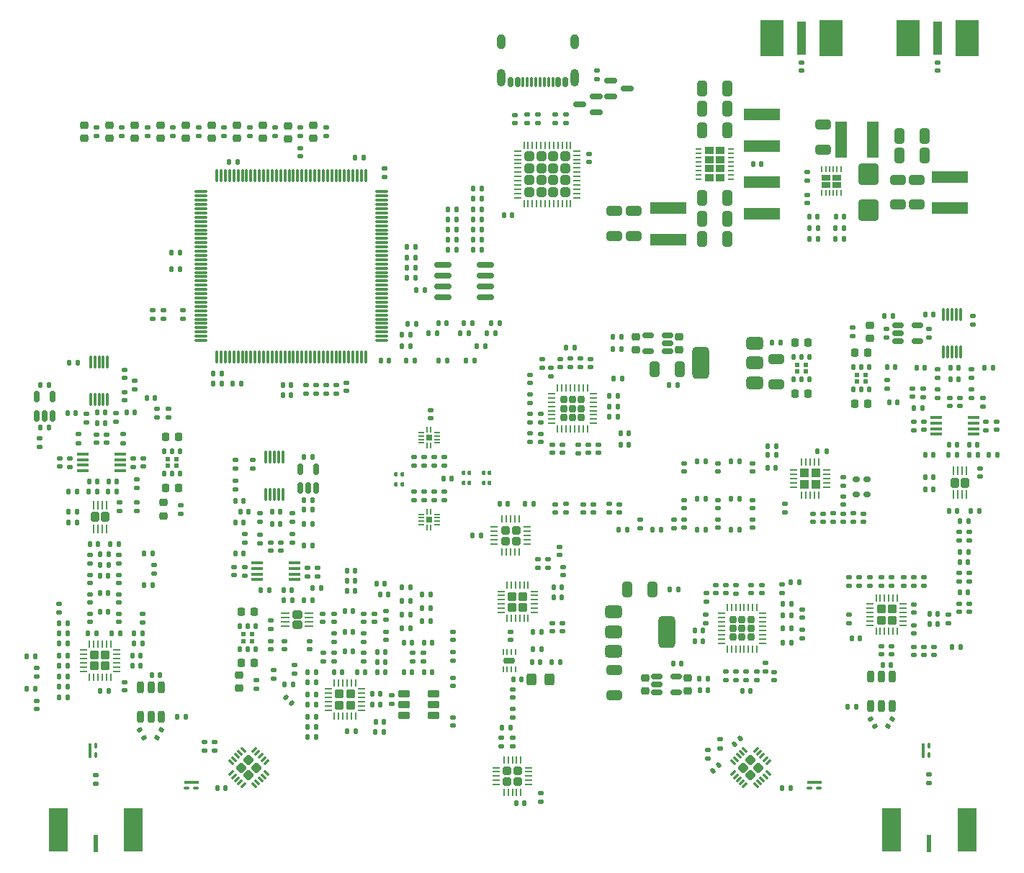
<source format=gbr>
%TF.GenerationSoftware,KiCad,Pcbnew,8.0.1*%
%TF.CreationDate,2024-03-24T21:42:04-04:00*%
%TF.ProjectId,VNA,564e412e-6b69-4636-9164-5f7063625858,rev?*%
%TF.SameCoordinates,PX535a28cPY8422900*%
%TF.FileFunction,Paste,Top*%
%TF.FilePolarity,Positive*%
%FSLAX46Y46*%
G04 Gerber Fmt 4.6, Leading zero omitted, Abs format (unit mm)*
G04 Created by KiCad (PCBNEW 8.0.1) date 2024-03-24 21:42:04*
%MOMM*%
%LPD*%
G01*
G04 APERTURE LIST*
G04 Aperture macros list*
%AMRoundRect*
0 Rectangle with rounded corners*
0 $1 Rounding radius*
0 $2 $3 $4 $5 $6 $7 $8 $9 X,Y pos of 4 corners*
0 Add a 4 corners polygon primitive as box body*
4,1,4,$2,$3,$4,$5,$6,$7,$8,$9,$2,$3,0*
0 Add four circle primitives for the rounded corners*
1,1,$1+$1,$2,$3*
1,1,$1+$1,$4,$5*
1,1,$1+$1,$6,$7*
1,1,$1+$1,$8,$9*
0 Add four rect primitives between the rounded corners*
20,1,$1+$1,$2,$3,$4,$5,0*
20,1,$1+$1,$4,$5,$6,$7,0*
20,1,$1+$1,$6,$7,$8,$9,0*
20,1,$1+$1,$8,$9,$2,$3,0*%
G04 Aperture macros list end*
%ADD10RoundRect,0.140000X-0.140000X-0.170000X0.140000X-0.170000X0.140000X0.170000X-0.140000X0.170000X0*%
%ADD11RoundRect,0.140000X0.170000X-0.140000X0.170000X0.140000X-0.170000X0.140000X-0.170000X-0.140000X0*%
%ADD12RoundRect,0.140000X-0.170000X0.140000X-0.170000X-0.140000X0.170000X-0.140000X0.170000X0.140000X0*%
%ADD13RoundRect,0.112500X-0.112500X0.202500X-0.112500X-0.202500X0.112500X-0.202500X0.112500X0.202500X0*%
%ADD14R,0.630000X0.480000*%
%ADD15RoundRect,0.135000X0.135000X0.185000X-0.135000X0.185000X-0.135000X-0.185000X0.135000X-0.185000X0*%
%ADD16RoundRect,0.135000X-0.135000X-0.185000X0.135000X-0.185000X0.135000X0.185000X-0.135000X0.185000X0*%
%ADD17RoundRect,0.135000X0.185000X-0.135000X0.185000X0.135000X-0.185000X0.135000X-0.185000X-0.135000X0*%
%ADD18RoundRect,0.147500X-0.172500X0.147500X-0.172500X-0.147500X0.172500X-0.147500X0.172500X0.147500X0*%
%ADD19RoundRect,0.140000X0.140000X0.170000X-0.140000X0.170000X-0.140000X-0.170000X0.140000X-0.170000X0*%
%ADD20RoundRect,0.150000X-0.512500X-0.150000X0.512500X-0.150000X0.512500X0.150000X-0.512500X0.150000X0*%
%ADD21RoundRect,0.250000X0.325000X0.650000X-0.325000X0.650000X-0.325000X-0.650000X0.325000X-0.650000X0*%
%ADD22RoundRect,0.135000X-0.185000X0.135000X-0.185000X-0.135000X0.185000X-0.135000X0.185000X0.135000X0*%
%ADD23RoundRect,0.225000X-0.225000X-0.250000X0.225000X-0.250000X0.225000X0.250000X-0.225000X0.250000X0*%
%ADD24R,1.400000X4.200000*%
%ADD25RoundRect,0.250000X0.255000X0.255000X-0.255000X0.255000X-0.255000X-0.255000X0.255000X-0.255000X0*%
%ADD26RoundRect,0.062500X0.350000X0.062500X-0.350000X0.062500X-0.350000X-0.062500X0.350000X-0.062500X0*%
%ADD27RoundRect,0.062500X0.062500X0.350000X-0.062500X0.350000X-0.062500X-0.350000X0.062500X-0.350000X0*%
%ADD28RoundRect,0.225000X0.225000X0.250000X-0.225000X0.250000X-0.225000X-0.250000X0.225000X-0.250000X0*%
%ADD29RoundRect,0.147500X0.172500X-0.147500X0.172500X0.147500X-0.172500X0.147500X-0.172500X-0.147500X0*%
%ADD30RoundRect,0.250000X0.325000X0.450000X-0.325000X0.450000X-0.325000X-0.450000X0.325000X-0.450000X0*%
%ADD31RoundRect,0.200000X-0.500000X-0.200000X0.500000X-0.200000X0.500000X0.200000X-0.500000X0.200000X0*%
%ADD32RoundRect,0.105975X0.105975X-0.179475X0.105975X0.179475X-0.105975X0.179475X-0.105975X-0.179475X0*%
%ADD33RoundRect,0.218750X0.256250X-0.218750X0.256250X0.218750X-0.256250X0.218750X-0.256250X-0.218750X0*%
%ADD34RoundRect,0.150000X0.150000X0.425000X-0.150000X0.425000X-0.150000X-0.425000X0.150000X-0.425000X0*%
%ADD35RoundRect,0.075000X0.075000X0.500000X-0.075000X0.500000X-0.075000X-0.500000X0.075000X-0.500000X0*%
%ADD36O,1.000000X2.100000*%
%ADD37O,1.000000X1.800000*%
%ADD38RoundRect,0.075000X0.075000X-0.662500X0.075000X0.662500X-0.075000X0.662500X-0.075000X-0.662500X0*%
%ADD39RoundRect,0.075000X0.662500X-0.075000X0.662500X0.075000X-0.662500X0.075000X-0.662500X-0.075000X0*%
%ADD40RoundRect,0.225000X-0.250000X0.225000X-0.250000X-0.225000X0.250000X-0.225000X0.250000X0.225000X0*%
%ADD41RoundRect,0.250000X0.650000X-0.325000X0.650000X0.325000X-0.650000X0.325000X-0.650000X-0.325000X0*%
%ADD42RoundRect,0.242500X0.342500X0.242500X-0.342500X0.242500X-0.342500X-0.242500X0.342500X-0.242500X0*%
%ADD43RoundRect,0.062500X0.412500X0.062500X-0.412500X0.062500X-0.412500X-0.062500X0.412500X-0.062500X0*%
%ADD44R,1.450000X0.450000*%
%ADD45RoundRect,0.147500X0.147500X0.172500X-0.147500X0.172500X-0.147500X-0.172500X0.147500X-0.172500X0*%
%ADD46R,4.200000X1.400000*%
%ADD47RoundRect,0.147500X-0.147500X-0.172500X0.147500X-0.172500X0.147500X0.172500X-0.147500X0.172500X0*%
%ADD48R,1.000000X0.640000*%
%ADD49R,0.250000X0.700000*%
%ADD50RoundRect,0.140000X0.219203X0.021213X0.021213X0.219203X-0.219203X-0.021213X-0.021213X-0.219203X0*%
%ADD51RoundRect,0.207500X0.207500X-0.207500X0.207500X0.207500X-0.207500X0.207500X-0.207500X-0.207500X0*%
%ADD52RoundRect,0.062500X0.062500X-0.375000X0.062500X0.375000X-0.062500X0.375000X-0.062500X-0.375000X0*%
%ADD53RoundRect,0.062500X0.375000X-0.062500X0.375000X0.062500X-0.375000X0.062500X-0.375000X-0.062500X0*%
%ADD54RoundRect,0.150000X0.587500X0.150000X-0.587500X0.150000X-0.587500X-0.150000X0.587500X-0.150000X0*%
%ADD55RoundRect,0.225000X0.250000X-0.225000X0.250000X0.225000X-0.250000X0.225000X-0.250000X-0.225000X0*%
%ADD56RoundRect,0.250000X-0.275000X0.275000X-0.275000X-0.275000X0.275000X-0.275000X0.275000X0.275000X0*%
%ADD57RoundRect,0.062500X-0.062500X0.350000X-0.062500X-0.350000X0.062500X-0.350000X0.062500X0.350000X0*%
%ADD58RoundRect,0.062500X-0.350000X0.062500X-0.350000X-0.062500X0.350000X-0.062500X0.350000X0.062500X0*%
%ADD59RoundRect,0.242500X0.242500X-0.342500X0.242500X0.342500X-0.242500X0.342500X-0.242500X-0.342500X0*%
%ADD60RoundRect,0.062500X0.062500X-0.412500X0.062500X0.412500X-0.062500X0.412500X-0.062500X-0.412500X0*%
%ADD61RoundRect,0.135000X-0.092715X0.209413X-0.227715X-0.024413X0.092715X-0.209413X0.227715X0.024413X0*%
%ADD62RoundRect,0.250000X0.315000X-0.315000X0.315000X0.315000X-0.315000X0.315000X-0.315000X-0.315000X0*%
%ADD63R,0.600000X2.100000*%
%ADD64R,2.286000X5.080000*%
%ADD65RoundRect,0.207500X-0.207500X0.207500X-0.207500X-0.207500X0.207500X-0.207500X0.207500X0.207500X0*%
%ADD66RoundRect,0.062500X-0.062500X0.375000X-0.062500X-0.375000X0.062500X-0.375000X0.062500X0.375000X0*%
%ADD67RoundRect,0.062500X-0.375000X0.062500X-0.375000X-0.062500X0.375000X-0.062500X0.375000X0.062500X0*%
%ADD68RoundRect,0.075000X0.075000X-0.650000X0.075000X0.650000X-0.075000X0.650000X-0.075000X-0.650000X0*%
%ADD69RoundRect,0.140000X-0.021213X0.219203X-0.219203X0.021213X0.021213X-0.219203X0.219203X-0.021213X0*%
%ADD70RoundRect,0.157500X0.255000X0.157500X-0.255000X0.157500X-0.255000X-0.157500X0.255000X-0.157500X0*%
%ADD71RoundRect,0.250000X-0.255000X-0.255000X0.255000X-0.255000X0.255000X0.255000X-0.255000X0.255000X0*%
%ADD72RoundRect,0.062500X-0.350000X-0.062500X0.350000X-0.062500X0.350000X0.062500X-0.350000X0.062500X0*%
%ADD73RoundRect,0.062500X-0.062500X-0.350000X0.062500X-0.350000X0.062500X0.350000X-0.062500X0.350000X0*%
%ADD74RoundRect,0.150000X0.150000X-0.512500X0.150000X0.512500X-0.150000X0.512500X-0.150000X-0.512500X0*%
%ADD75RoundRect,0.250000X-0.275000X-0.275000X0.275000X-0.275000X0.275000X0.275000X-0.275000X0.275000X0*%
%ADD76RoundRect,0.075000X0.225000X0.075000X-0.225000X0.075000X-0.225000X-0.075000X0.225000X-0.075000X0*%
%ADD77RoundRect,0.087500X0.762500X0.087500X-0.762500X0.087500X-0.762500X-0.087500X0.762500X-0.087500X0*%
%ADD78RoundRect,0.250000X-0.650000X0.325000X-0.650000X-0.325000X0.650000X-0.325000X0.650000X0.325000X0*%
%ADD79RoundRect,0.150000X0.512500X0.150000X-0.512500X0.150000X-0.512500X-0.150000X0.512500X-0.150000X0*%
%ADD80RoundRect,0.112500X0.112500X-0.202500X0.112500X0.202500X-0.112500X0.202500X-0.112500X-0.202500X0*%
%ADD81RoundRect,0.075000X-0.075000X0.225000X-0.075000X-0.225000X0.075000X-0.225000X0.075000X0.225000X0*%
%ADD82RoundRect,0.087500X-0.087500X0.762500X-0.087500X-0.762500X0.087500X-0.762500X0.087500X0.762500X0*%
%ADD83RoundRect,0.135000X-0.227715X0.024413X-0.092715X-0.209413X0.227715X-0.024413X0.092715X0.209413X0*%
%ADD84R,1.000000X4.000000*%
%ADD85R,2.667000X4.191000*%
%ADD86RoundRect,0.250000X0.900000X-1.000000X0.900000X1.000000X-0.900000X1.000000X-0.900000X-1.000000X0*%
%ADD87RoundRect,0.100000X0.000010X-0.244000X0.000010X0.244000X-0.000010X0.244000X-0.000010X-0.244000X0*%
%ADD88RoundRect,0.100000X0.244000X0.000010X-0.244000X0.000010X-0.244000X-0.000010X0.244000X-0.000010X0*%
%ADD89R,0.760000X0.760000*%
%ADD90RoundRect,0.375000X0.625000X0.375000X-0.625000X0.375000X-0.625000X-0.375000X0.625000X-0.375000X0*%
%ADD91RoundRect,0.500000X0.500000X1.400000X-0.500000X1.400000X-0.500000X-1.400000X0.500000X-1.400000X0*%
%ADD92RoundRect,0.150000X0.825000X0.150000X-0.825000X0.150000X-0.825000X-0.150000X0.825000X-0.150000X0*%
%ADD93RoundRect,0.182500X-0.462500X0.182500X-0.462500X-0.182500X0.462500X-0.182500X0.462500X0.182500X0*%
%ADD94RoundRect,0.062500X-0.062500X0.300000X-0.062500X-0.300000X0.062500X-0.300000X0.062500X0.300000X0*%
%ADD95RoundRect,0.100000X-0.000010X0.244000X-0.000010X-0.244000X0.000010X-0.244000X0.000010X0.244000X0*%
%ADD96RoundRect,0.100000X-0.244000X-0.000010X0.244000X-0.000010X0.244000X0.000010X-0.244000X0.000010X0*%
%ADD97RoundRect,0.200000X-0.200000X0.500000X-0.200000X-0.500000X0.200000X-0.500000X0.200000X0.500000X0*%
%ADD98RoundRect,0.150000X-0.587500X-0.150000X0.587500X-0.150000X0.587500X0.150000X-0.587500X0.150000X0*%
%ADD99RoundRect,0.250000X0.000000X-0.360624X0.360624X0.000000X0.000000X0.360624X-0.360624X0.000000X0*%
%ADD100RoundRect,0.062500X-0.203293X-0.291682X0.291682X0.203293X0.203293X0.291682X-0.291682X-0.203293X0*%
%ADD101RoundRect,0.062500X0.203293X-0.291682X0.291682X-0.203293X-0.203293X0.291682X-0.291682X0.203293X0*%
%ADD102R,1.000000X0.860000*%
%ADD103R,0.700000X0.250000*%
%ADD104RoundRect,0.250000X0.295000X0.295000X-0.295000X0.295000X-0.295000X-0.295000X0.295000X-0.295000X0*%
%ADD105RoundRect,0.062500X0.337500X0.062500X-0.337500X0.062500X-0.337500X-0.062500X0.337500X-0.062500X0*%
%ADD106RoundRect,0.062500X0.062500X0.337500X-0.062500X0.337500X-0.062500X-0.337500X0.062500X-0.337500X0*%
%ADD107RoundRect,0.140000X0.021213X-0.219203X0.219203X-0.021213X-0.021213X0.219203X-0.219203X0.021213X0*%
%ADD108RoundRect,0.375000X-0.625000X-0.375000X0.625000X-0.375000X0.625000X0.375000X-0.625000X0.375000X0*%
%ADD109RoundRect,0.500000X-0.500000X-1.400000X0.500000X-1.400000X0.500000X1.400000X-0.500000X1.400000X0*%
G04 APERTURE END LIST*
D10*
X16520000Y23800000D03*
X17480000Y23800000D03*
D11*
X64000000Y31520000D03*
X64000000Y32480000D03*
D12*
X85200000Y43780000D03*
X85200000Y42820000D03*
D13*
X95950000Y56340000D03*
X95000000Y56340000D03*
X94050000Y56340000D03*
X94050000Y53660000D03*
X95000000Y53660000D03*
X95950000Y53660000D03*
D14*
X95525000Y55400000D03*
X94475000Y55400000D03*
X95525000Y54600000D03*
X94475000Y54600000D03*
D15*
X87710000Y44000000D03*
X86690000Y44000000D03*
D16*
X41590000Y12300000D03*
X42610000Y12300000D03*
D17*
X51800000Y39490000D03*
X51800000Y40510000D03*
D18*
X44790000Y26115000D03*
X44790000Y25145000D03*
D19*
X50680000Y64200000D03*
X49720000Y64200000D03*
D20*
X106362500Y60050000D03*
X106362500Y59100000D03*
X106362500Y58150000D03*
X108637500Y58150000D03*
X108637500Y60050000D03*
D11*
X95700000Y74420000D03*
X95700000Y75380000D03*
D21*
X86275000Y72600000D03*
X83325000Y72600000D03*
D19*
X42230000Y21650000D03*
X41270000Y21650000D03*
D22*
X22300000Y61810000D03*
X22300000Y60790000D03*
D19*
X8680000Y23800000D03*
X7720000Y23800000D03*
D23*
X29125000Y26300000D03*
X30675000Y26300000D03*
D10*
X63420000Y21900000D03*
X64380000Y21900000D03*
D19*
X49180000Y22700000D03*
X48220000Y22700000D03*
D10*
X109520000Y42200000D03*
X110480000Y42200000D03*
X16520000Y22600000D03*
X17480000Y22600000D03*
D12*
X40300000Y52980000D03*
X40300000Y52020000D03*
D16*
X47990000Y26000000D03*
X49010000Y26000000D03*
D24*
X99650000Y81900000D03*
X103350000Y81900000D03*
D25*
X61625000Y6375000D03*
X61625000Y7625000D03*
X60375000Y6375000D03*
X60375000Y7625000D03*
D26*
X62937500Y6000000D03*
X62937500Y6500000D03*
X62937500Y7000000D03*
X62937500Y7500000D03*
X62937500Y8000000D03*
D27*
X62000000Y8937500D03*
X61500000Y8937500D03*
X61000000Y8937500D03*
X60500000Y8937500D03*
X60000000Y8937500D03*
D26*
X59062500Y8000000D03*
X59062500Y7500000D03*
X59062500Y7000000D03*
X59062500Y6500000D03*
X59062500Y6000000D03*
D27*
X60000000Y5062500D03*
X60500000Y5062500D03*
X61000000Y5062500D03*
X61500000Y5062500D03*
X62000000Y5062500D03*
D10*
X5520000Y53000000D03*
X6480000Y53000000D03*
D17*
X54000000Y20590000D03*
X54000000Y21610000D03*
D28*
X102775000Y56800000D03*
X101225000Y56800000D03*
D10*
X48620000Y66800000D03*
X49580000Y66800000D03*
D15*
X4910000Y17300000D03*
X3890000Y17300000D03*
D19*
X83980000Y17100000D03*
X83020000Y17100000D03*
D15*
X8710000Y17500000D03*
X7690000Y17500000D03*
D11*
X66600000Y55120000D03*
X66600000Y56080000D03*
D19*
X49180000Y19200000D03*
X48220000Y19200000D03*
D21*
X109475000Y80000000D03*
X106525000Y80000000D03*
D22*
X84000000Y10110000D03*
X84000000Y9090000D03*
D15*
X35210000Y17800000D03*
X34190000Y17800000D03*
D12*
X15400000Y52180000D03*
X15400000Y51220000D03*
D11*
X5100000Y14920000D03*
X5100000Y15880000D03*
D29*
X40000000Y25115000D03*
X40000000Y26085000D03*
D22*
X64000000Y84810000D03*
X64000000Y83790000D03*
D15*
X87710000Y39600000D03*
X86690000Y39600000D03*
D11*
X46100000Y25420000D03*
X46100000Y26380000D03*
D12*
X73600000Y38980000D03*
X73600000Y38020000D03*
D11*
X61300000Y83820000D03*
X61300000Y84780000D03*
D12*
X64468900Y56023600D03*
X64468900Y55063600D03*
D22*
X22000000Y38910000D03*
X22000000Y37890000D03*
D21*
X86275000Y87900000D03*
X83325000Y87900000D03*
D15*
X101410000Y15200000D03*
X100390000Y15200000D03*
D11*
X96300000Y36920000D03*
X96300000Y37880000D03*
D10*
X105020000Y55100000D03*
X105980000Y55100000D03*
D30*
X65325000Y18400000D03*
X63275000Y18400000D03*
D22*
X15100000Y83310000D03*
X15100000Y82290000D03*
D12*
X54000000Y18580000D03*
X54000000Y17620000D03*
D11*
X104400000Y21320000D03*
X104400000Y22280000D03*
D10*
X8720000Y49700000D03*
X9680000Y49700000D03*
D16*
X92790000Y22700000D03*
X93810000Y22700000D03*
D15*
X115710000Y44800000D03*
X114690000Y44800000D03*
D19*
X64280000Y20400000D03*
X63320000Y20400000D03*
D17*
X16600000Y52490000D03*
X16600000Y53510000D03*
X72400000Y37990000D03*
X72400000Y39010000D03*
D10*
X112520000Y53700000D03*
X113480000Y53700000D03*
D16*
X44890000Y12200000D03*
X45910000Y12200000D03*
D19*
X42480000Y30000000D03*
X41520000Y30000000D03*
D12*
X65700000Y45980000D03*
X65700000Y45020000D03*
D31*
X48285000Y14150000D03*
X48285000Y15400000D03*
X48285000Y16650000D03*
X51715000Y16650000D03*
X51715000Y15400000D03*
X51715000Y14150000D03*
D11*
X11300000Y25120000D03*
X11300000Y26080000D03*
X110000000Y6220000D03*
X110000000Y7180000D03*
D10*
X15620000Y49800000D03*
X16580000Y49800000D03*
D11*
X54000000Y12920000D03*
X54000000Y13880000D03*
D16*
X50390000Y25200000D03*
X51410000Y25200000D03*
D12*
X60800000Y23980000D03*
X60800000Y23020000D03*
D15*
X114610000Y37000000D03*
X113590000Y37000000D03*
D12*
X92725000Y29530000D03*
X92725000Y28570000D03*
D19*
X73380000Y50500000D03*
X72420000Y50500000D03*
D12*
X110600000Y22180000D03*
X110600000Y21220000D03*
D22*
X31300000Y37910000D03*
X31300000Y36890000D03*
D32*
X47350000Y41300400D03*
X48050000Y41300400D03*
X48050000Y42499600D03*
X47350000Y42499600D03*
D33*
X10620000Y82032500D03*
X10620000Y83607500D03*
D17*
X9000000Y43390000D03*
X9000000Y44410000D03*
D15*
X53310000Y55900000D03*
X52290000Y55900000D03*
D17*
X50600000Y39490000D03*
X50600000Y40510000D03*
D19*
X28678900Y79283600D03*
X27718900Y79283600D03*
D34*
X67198900Y88623600D03*
X66398900Y88623600D03*
D35*
X65248900Y88623600D03*
X64248900Y88623600D03*
X63748900Y88623600D03*
X62748900Y88623600D03*
D34*
X61598900Y88623600D03*
X60798900Y88623600D03*
X60798900Y88623600D03*
X61598900Y88623600D03*
D35*
X62248900Y88623600D03*
X63248900Y88623600D03*
X64748900Y88623600D03*
X65748900Y88623600D03*
D34*
X66398900Y88623600D03*
X67198900Y88623600D03*
D36*
X68318900Y89198600D03*
D37*
X68318900Y93378600D03*
D36*
X59678900Y89198600D03*
D37*
X59678900Y93378600D03*
D38*
X26250000Y56337500D03*
X26750000Y56337500D03*
X27250000Y56337500D03*
X27750000Y56337500D03*
X28250000Y56337500D03*
X28750000Y56337500D03*
X29250000Y56337500D03*
X29750000Y56337500D03*
X30250000Y56337500D03*
X30750000Y56337500D03*
X31250000Y56337500D03*
X31750000Y56337500D03*
X32250000Y56337500D03*
X32750000Y56337500D03*
X33250000Y56337500D03*
X33750000Y56337500D03*
X34250000Y56337500D03*
X34750000Y56337500D03*
X35250000Y56337500D03*
X35750000Y56337500D03*
X36250000Y56337500D03*
X36750000Y56337500D03*
X37250000Y56337500D03*
X37750000Y56337500D03*
X38250000Y56337500D03*
X38750000Y56337500D03*
X39250000Y56337500D03*
X39750000Y56337500D03*
X40250000Y56337500D03*
X40750000Y56337500D03*
X41250000Y56337500D03*
X41750000Y56337500D03*
X42250000Y56337500D03*
X42750000Y56337500D03*
X43250000Y56337500D03*
X43750000Y56337500D03*
D39*
X45662500Y58250000D03*
X45662500Y58750000D03*
X45662500Y59250000D03*
X45662500Y59750000D03*
X45662500Y60250000D03*
X45662500Y60750000D03*
X45662500Y61250000D03*
X45662500Y61750000D03*
X45662500Y62250000D03*
X45662500Y62750000D03*
X45662500Y63250000D03*
X45662500Y63750000D03*
X45662500Y64250000D03*
X45662500Y64750000D03*
X45662500Y65250000D03*
X45662500Y65750000D03*
X45662500Y66250000D03*
X45662500Y66750000D03*
X45662500Y67250000D03*
X45662500Y67750000D03*
X45662500Y68250000D03*
X45662500Y68750000D03*
X45662500Y69250000D03*
X45662500Y69750000D03*
X45662500Y70250000D03*
X45662500Y70750000D03*
X45662500Y71250000D03*
X45662500Y71750000D03*
X45662500Y72250000D03*
X45662500Y72750000D03*
X45662500Y73250000D03*
X45662500Y73750000D03*
X45662500Y74250000D03*
X45662500Y74750000D03*
X45662500Y75250000D03*
X45662500Y75750000D03*
D38*
X43750000Y77662500D03*
X43250000Y77662500D03*
X42750000Y77662500D03*
X42250000Y77662500D03*
X41750000Y77662500D03*
X41250000Y77662500D03*
X40750000Y77662500D03*
X40250000Y77662500D03*
X39750000Y77662500D03*
X39250000Y77662500D03*
X38750000Y77662500D03*
X38250000Y77662500D03*
X37750000Y77662500D03*
X37250000Y77662500D03*
X36750000Y77662500D03*
X36250000Y77662500D03*
X35750000Y77662500D03*
X35250000Y77662500D03*
X34750000Y77662500D03*
X34250000Y77662500D03*
X33750000Y77662500D03*
X33250000Y77662500D03*
X32750000Y77662500D03*
X32250000Y77662500D03*
X31750000Y77662500D03*
X31250000Y77662500D03*
X30750000Y77662500D03*
X30250000Y77662500D03*
X29750000Y77662500D03*
X29250000Y77662500D03*
X28750000Y77662500D03*
X28250000Y77662500D03*
X27750000Y77662500D03*
X27250000Y77662500D03*
X26750000Y77662500D03*
X26250000Y77662500D03*
D39*
X24337500Y75750000D03*
X24337500Y75250000D03*
X24337500Y74750000D03*
X24337500Y74250000D03*
X24337500Y73750000D03*
X24337500Y73250000D03*
X24337500Y72750000D03*
X24337500Y72250000D03*
X24337500Y71750000D03*
X24337500Y71250000D03*
X24337500Y70750000D03*
X24337500Y70250000D03*
X24337500Y69750000D03*
X24337500Y69250000D03*
X24337500Y68750000D03*
X24337500Y68250000D03*
X24337500Y67750000D03*
X24337500Y67250000D03*
X24337500Y66750000D03*
X24337500Y66250000D03*
X24337500Y65750000D03*
X24337500Y65250000D03*
X24337500Y64750000D03*
X24337500Y64250000D03*
X24337500Y63750000D03*
X24337500Y63250000D03*
X24337500Y62750000D03*
X24337500Y62250000D03*
X24337500Y61750000D03*
X24337500Y61250000D03*
X24337500Y60750000D03*
X24337500Y60250000D03*
X24337500Y59750000D03*
X24337500Y59250000D03*
X24337500Y58750000D03*
X24337500Y58250000D03*
D10*
X95920000Y72800000D03*
X96880000Y72800000D03*
D19*
X60480000Y39000000D03*
X59520000Y39000000D03*
D29*
X40000000Y22815000D03*
X40000000Y23785000D03*
D19*
X45980000Y29600000D03*
X45020000Y29600000D03*
D40*
X20000000Y39175000D03*
X20000000Y37625000D03*
D19*
X42480000Y31200000D03*
X41520000Y31200000D03*
X12180000Y41700000D03*
X11220000Y41700000D03*
D11*
X104400000Y29420000D03*
X104400000Y30380000D03*
D19*
X109180000Y50300000D03*
X108220000Y50300000D03*
D10*
X52920000Y42000000D03*
X53880000Y42000000D03*
D19*
X99980000Y72800000D03*
X99020000Y72800000D03*
D22*
X61000000Y11510000D03*
X61000000Y10490000D03*
D17*
X116300000Y50490000D03*
X116300000Y51510000D03*
D15*
X91998900Y44813600D03*
X90978900Y44813600D03*
D10*
X44920000Y13400000D03*
X45880000Y13400000D03*
D41*
X108500000Y74225000D03*
X108500000Y77175000D03*
D42*
X35700000Y24800000D03*
X35700000Y26000000D03*
D43*
X37100000Y24650000D03*
X37100000Y25150000D03*
X37100000Y25650000D03*
X37100000Y26150000D03*
X34300000Y26150000D03*
X34300000Y25650000D03*
X34300000Y25150000D03*
X34300000Y24650000D03*
D44*
X35400000Y30125000D03*
X35400000Y30775000D03*
X35400000Y31425000D03*
X35400000Y32075000D03*
X31000000Y32075000D03*
X31000000Y31425000D03*
X31000000Y30775000D03*
X31000000Y30125000D03*
D45*
X43685000Y19200000D03*
X42715000Y19200000D03*
D10*
X45120000Y19200000D03*
X46080000Y19200000D03*
D17*
X83800000Y27490000D03*
X83800000Y28510000D03*
X109400000Y29390000D03*
X109400000Y30410000D03*
D46*
X90300000Y81150000D03*
X90300000Y84850000D03*
D47*
X11115000Y23800000D03*
X12085000Y23800000D03*
D29*
X43500000Y25115000D03*
X43500000Y26085000D03*
D10*
X32720000Y38100000D03*
X33680000Y38100000D03*
D21*
X86275000Y83000000D03*
X83325000Y83000000D03*
D48*
X97905000Y76585000D03*
X99095000Y76585000D03*
X97905000Y77415000D03*
X99095000Y77415000D03*
D49*
X97375000Y75600000D03*
X97825000Y75600000D03*
X98275000Y75600000D03*
X98725000Y75600000D03*
X99175000Y75600000D03*
X99625000Y75600000D03*
X99625000Y78400000D03*
X99175000Y78400000D03*
X98725000Y78400000D03*
X98275000Y78400000D03*
X97825000Y78400000D03*
X97375000Y78400000D03*
D10*
X8820000Y36800000D03*
X9780000Y36800000D03*
D40*
X81600000Y18575000D03*
X81600000Y17025000D03*
D16*
X25790000Y53200000D03*
X26810000Y53200000D03*
D28*
X102775000Y50800000D03*
X101225000Y50800000D03*
D17*
X62700000Y83790000D03*
X62700000Y84810000D03*
D11*
X70200000Y55120000D03*
X70200000Y56080000D03*
D50*
X35039411Y15560589D03*
X34360589Y16239411D03*
D22*
X93000000Y39010000D03*
X93000000Y37990000D03*
D17*
X68700000Y44990000D03*
X68700000Y46010000D03*
D33*
X25620000Y82032500D03*
X25620000Y83607500D03*
D19*
X83380000Y22900000D03*
X82420000Y22900000D03*
D10*
X92720000Y5600000D03*
X93680000Y5600000D03*
D22*
X114700000Y35710000D03*
X114700000Y34690000D03*
D17*
X101800000Y29390000D03*
X101800000Y30410000D03*
D10*
X45120000Y20400000D03*
X46080000Y20400000D03*
D12*
X13300000Y47180000D03*
X13300000Y46220000D03*
D17*
X53000000Y43490000D03*
X53000000Y44510000D03*
D10*
X36920000Y11600000D03*
X37880000Y11600000D03*
D22*
X87300000Y29510000D03*
X87300000Y28490000D03*
D11*
X95100000Y25620000D03*
X95100000Y26580000D03*
D51*
X86970000Y23370000D03*
X88000000Y23370000D03*
X89030000Y23370000D03*
X86970000Y24400000D03*
X88000000Y24400000D03*
X89030000Y24400000D03*
X86970000Y25430000D03*
X88000000Y25430000D03*
X89030000Y25430000D03*
D52*
X86250000Y21962500D03*
X86750000Y21962500D03*
X87250000Y21962500D03*
X87750000Y21962500D03*
X88250000Y21962500D03*
X88750000Y21962500D03*
X89250000Y21962500D03*
X89750000Y21962500D03*
D53*
X90437500Y22650000D03*
X90437500Y23150000D03*
X90437500Y23650000D03*
X90437500Y24150000D03*
X90437500Y24650000D03*
X90437500Y25150000D03*
X90437500Y25650000D03*
X90437500Y26150000D03*
D52*
X89750000Y26837500D03*
X89250000Y26837500D03*
X88750000Y26837500D03*
X88250000Y26837500D03*
X87750000Y26837500D03*
X87250000Y26837500D03*
X86750000Y26837500D03*
X86250000Y26837500D03*
D53*
X85562500Y26150000D03*
X85562500Y25650000D03*
X85562500Y25150000D03*
X85562500Y24650000D03*
X85562500Y24150000D03*
X85562500Y23650000D03*
X85562500Y23150000D03*
X85562500Y22650000D03*
D54*
X70816400Y85063600D03*
X70816400Y86963600D03*
X68941400Y86013600D03*
D55*
X103000000Y58525000D03*
X103000000Y60075000D03*
D19*
X32380000Y28900000D03*
X31420000Y28900000D03*
D16*
X116990000Y44800000D03*
X118010000Y44800000D03*
X98990000Y71500000D03*
X100010000Y71500000D03*
D12*
X71100000Y45980000D03*
X71100000Y45020000D03*
D17*
X28400000Y40690000D03*
X28400000Y41710000D03*
D56*
X62250000Y28150000D03*
X60950000Y28150000D03*
X62250000Y26850000D03*
X60950000Y26850000D03*
D57*
X62850000Y29437500D03*
X62350000Y29437500D03*
X61850000Y29437500D03*
X61350000Y29437500D03*
X60850000Y29437500D03*
X60350000Y29437500D03*
D58*
X59662500Y28750000D03*
X59662500Y28250000D03*
X59662500Y27750000D03*
X59662500Y27250000D03*
X59662500Y26750000D03*
X59662500Y26250000D03*
D57*
X60350000Y25562500D03*
X60850000Y25562500D03*
X61350000Y25562500D03*
X61850000Y25562500D03*
X62350000Y25562500D03*
X62850000Y25562500D03*
D58*
X63537500Y26250000D03*
X63537500Y26750000D03*
X63537500Y27250000D03*
X63537500Y27750000D03*
X63537500Y28250000D03*
X63537500Y28750000D03*
D29*
X114700000Y29915000D03*
X114700000Y30885000D03*
D11*
X89200000Y36220000D03*
X89200000Y37180000D03*
D22*
X50600000Y44510000D03*
X50600000Y43490000D03*
D12*
X69300000Y38980000D03*
X69300000Y38020000D03*
D59*
X113000000Y41500000D03*
X114200000Y41500000D03*
D60*
X112850000Y40100000D03*
X113350000Y40100000D03*
X113850000Y40100000D03*
X114350000Y40100000D03*
X114350000Y42900000D03*
X113850000Y42900000D03*
X113350000Y42900000D03*
X112850000Y42900000D03*
D29*
X11300000Y27415000D03*
X11300000Y28385000D03*
D16*
X72890000Y53800000D03*
X73910000Y53800000D03*
D19*
X13480000Y26300000D03*
X12520000Y26300000D03*
D32*
X55250000Y41500400D03*
X55950000Y41500400D03*
X55950000Y42699600D03*
X55250000Y42699600D03*
D10*
X110020000Y26100000D03*
X110980000Y26100000D03*
X28120000Y53200000D03*
X29080000Y53200000D03*
D11*
X14800000Y38220000D03*
X14800000Y39180000D03*
D12*
X97500000Y37880000D03*
X97500000Y36920000D03*
D17*
X20000000Y60790000D03*
X20000000Y61810000D03*
D10*
X109520000Y61300000D03*
X110480000Y61300000D03*
D55*
X75500000Y57125000D03*
X75500000Y58675000D03*
D15*
X49510000Y55900000D03*
X48490000Y55900000D03*
D11*
X108200000Y29420000D03*
X108200000Y30380000D03*
D10*
X50620000Y22700000D03*
X51580000Y22700000D03*
D61*
X19755000Y12441673D03*
X19245000Y11558327D03*
D45*
X62085000Y18400000D03*
X61115000Y18400000D03*
D62*
X63000000Y75700000D03*
X64400000Y75700000D03*
X65800000Y75700000D03*
X67200000Y75700000D03*
X63000000Y77100000D03*
X64400000Y77100000D03*
X65800000Y77100000D03*
X67200000Y77100000D03*
X63000000Y78500000D03*
X64400000Y78500000D03*
X65800000Y78500000D03*
X67200000Y78500000D03*
X63000000Y79900000D03*
X64400000Y79900000D03*
X65800000Y79900000D03*
X67200000Y79900000D03*
D52*
X62350000Y74362500D03*
X62850000Y74362500D03*
X63350000Y74362500D03*
X63850000Y74362500D03*
X64350000Y74362500D03*
X64850000Y74362500D03*
X65350000Y74362500D03*
X65850000Y74362500D03*
X66350000Y74362500D03*
X66850000Y74362500D03*
X67350000Y74362500D03*
X67850000Y74362500D03*
D53*
X68537500Y75050000D03*
X68537500Y75550000D03*
X68537500Y76050000D03*
X68537500Y76550000D03*
X68537500Y77050000D03*
X68537500Y77550000D03*
X68537500Y78050000D03*
X68537500Y78550000D03*
X68537500Y79050000D03*
X68537500Y79550000D03*
X68537500Y80050000D03*
X68537500Y80550000D03*
D52*
X67850000Y81237500D03*
X67350000Y81237500D03*
X66850000Y81237500D03*
X66350000Y81237500D03*
X65850000Y81237500D03*
X65350000Y81237500D03*
X64850000Y81237500D03*
X64350000Y81237500D03*
X63850000Y81237500D03*
X63350000Y81237500D03*
X62850000Y81237500D03*
X62350000Y81237500D03*
D53*
X61662500Y80550000D03*
X61662500Y80050000D03*
X61662500Y79550000D03*
X61662500Y79050000D03*
X61662500Y78550000D03*
X61662500Y78050000D03*
X61662500Y77550000D03*
X61662500Y77050000D03*
X61662500Y76550000D03*
X61662500Y76050000D03*
X61662500Y75550000D03*
X61662500Y75050000D03*
D15*
X14510000Y40500000D03*
X13490000Y40500000D03*
D11*
X12000000Y6120000D03*
X12000000Y7080000D03*
D17*
X108200000Y47690000D03*
X108200000Y48710000D03*
D16*
X48588900Y69253600D03*
X49608900Y69253600D03*
D12*
X46100000Y23980000D03*
X46100000Y23020000D03*
D63*
X12000000Y-900000D03*
D64*
X7580400Y665400D03*
X16419600Y665400D03*
D19*
X64380000Y24000000D03*
X63420000Y24000000D03*
D16*
X47990000Y58900000D03*
X49010000Y58900000D03*
D65*
X69080000Y51280000D03*
X68050000Y51280000D03*
X67020000Y51280000D03*
X69080000Y50250000D03*
X68050000Y50250000D03*
X67020000Y50250000D03*
X69080000Y49220000D03*
X68050000Y49220000D03*
X67020000Y49220000D03*
D66*
X69800000Y52687500D03*
X69300000Y52687500D03*
X68800000Y52687500D03*
X68300000Y52687500D03*
X67800000Y52687500D03*
X67300000Y52687500D03*
X66800000Y52687500D03*
X66300000Y52687500D03*
D67*
X65612500Y52000000D03*
X65612500Y51500000D03*
X65612500Y51000000D03*
X65612500Y50500000D03*
X65612500Y50000000D03*
X65612500Y49500000D03*
X65612500Y49000000D03*
X65612500Y48500000D03*
D66*
X66300000Y47812500D03*
X66800000Y47812500D03*
X67300000Y47812500D03*
X67800000Y47812500D03*
X68300000Y47812500D03*
X68800000Y47812500D03*
X69300000Y47812500D03*
X69800000Y47812500D03*
D67*
X70487500Y48500000D03*
X70487500Y49000000D03*
X70487500Y49500000D03*
X70487500Y50000000D03*
X70487500Y50500000D03*
X70487500Y51000000D03*
X70487500Y51500000D03*
X70487500Y52000000D03*
D15*
X54410000Y70100000D03*
X53390000Y70100000D03*
D23*
X29125000Y20300000D03*
X30675000Y20300000D03*
D12*
X64300000Y47280000D03*
X64300000Y46320000D03*
X109400000Y22180000D03*
X109400000Y21220000D03*
D11*
X112300000Y25020000D03*
X112300000Y25980000D03*
D22*
X36900000Y31510000D03*
X36900000Y30490000D03*
D15*
X49010000Y27600000D03*
X47990000Y27600000D03*
D11*
X70000000Y79220000D03*
X70000000Y80180000D03*
D19*
X29380000Y39400000D03*
X28420000Y39400000D03*
D17*
X101000000Y58790000D03*
X101000000Y59810000D03*
D22*
X111000000Y52510000D03*
X111000000Y51490000D03*
D15*
X57410000Y76100000D03*
X56390000Y76100000D03*
D68*
X32000000Y40100000D03*
X32500000Y40100000D03*
X33000000Y40100000D03*
X33500000Y40100000D03*
X34000000Y40100000D03*
X34000000Y44500000D03*
X33500000Y44500000D03*
X33000000Y44500000D03*
X32500000Y44500000D03*
X32000000Y44500000D03*
D69*
X85239411Y8280829D03*
X84560589Y7602007D03*
D22*
X115100000Y61110000D03*
X115100000Y60090000D03*
D15*
X56510000Y55900000D03*
X55490000Y55900000D03*
D13*
X102950000Y55140000D03*
X102000000Y55140000D03*
X101050000Y55140000D03*
X101050000Y52460000D03*
X102000000Y52460000D03*
X102950000Y52460000D03*
D14*
X102525000Y54200000D03*
X101475000Y54200000D03*
X102525000Y53400000D03*
X101475000Y53400000D03*
D19*
X8680000Y20000000D03*
X7720000Y20000000D03*
D15*
X63510000Y39000000D03*
X62490000Y39000000D03*
D10*
X88020000Y17000000D03*
X88980000Y17000000D03*
X8820000Y40500000D03*
X9780000Y40500000D03*
D11*
X37200000Y21920000D03*
X37200000Y22880000D03*
D16*
X112290000Y44800000D03*
X113310000Y44800000D03*
D11*
X32600000Y33520000D03*
X32600000Y34480000D03*
X99900000Y41195000D03*
X99900000Y42155000D03*
D10*
X42520000Y79800000D03*
X43480000Y79800000D03*
D11*
X32600000Y21920000D03*
X32600000Y22880000D03*
D70*
X102662500Y40115000D03*
X102662500Y41935000D03*
X101437500Y41935000D03*
X101437500Y40115000D03*
D10*
X72820000Y58700000D03*
X73780000Y58700000D03*
D16*
X112690000Y22200000D03*
X113710000Y22200000D03*
D22*
X76000000Y37210000D03*
X76000000Y36190000D03*
D10*
X36920000Y16600000D03*
X37880000Y16600000D03*
D15*
X37910000Y12800000D03*
X36890000Y12800000D03*
D19*
X18980000Y51500000D03*
X18020000Y51500000D03*
D11*
X7800000Y43420000D03*
X7800000Y44380000D03*
D10*
X72420000Y51700000D03*
X73380000Y51700000D03*
D12*
X17600000Y44380000D03*
X17600000Y43420000D03*
D22*
X24800000Y11010000D03*
X24800000Y9990000D03*
D12*
X117900000Y48680000D03*
X117900000Y47720000D03*
D71*
X60175000Y35925000D03*
X60175000Y34675000D03*
X61425000Y35925000D03*
X61425000Y34675000D03*
D72*
X58862500Y36300000D03*
X58862500Y35800000D03*
X58862500Y35300000D03*
X58862500Y34800000D03*
X58862500Y34300000D03*
D73*
X59800000Y33362500D03*
X60300000Y33362500D03*
X60800000Y33362500D03*
X61300000Y33362500D03*
X61800000Y33362500D03*
D72*
X62737500Y34300000D03*
X62737500Y34800000D03*
X62737500Y35300000D03*
X62737500Y35800000D03*
X62737500Y36300000D03*
D73*
X61800000Y37237500D03*
X61300000Y37237500D03*
X60800000Y37237500D03*
X60300000Y37237500D03*
X59800000Y37237500D03*
D10*
X7720000Y21200000D03*
X8680000Y21200000D03*
X110020000Y24900000D03*
X110980000Y24900000D03*
D17*
X35400000Y19090000D03*
X35400000Y20110000D03*
D74*
X36050000Y40862500D03*
X37000000Y40862500D03*
X37950000Y40862500D03*
X37950000Y43137500D03*
X36050000Y43137500D03*
D10*
X8920000Y55600000D03*
X9880000Y55600000D03*
D16*
X82990000Y18500000D03*
X84010000Y18500000D03*
D44*
X115200000Y47225000D03*
X115200000Y47875000D03*
X115200000Y48525000D03*
X115200000Y49175000D03*
X110800000Y49175000D03*
X110800000Y48525000D03*
X110800000Y47875000D03*
X110800000Y47225000D03*
D22*
X14700000Y33010000D03*
X14700000Y31990000D03*
D29*
X43500000Y22815000D03*
X43500000Y23785000D03*
D11*
X112400000Y50520000D03*
X112400000Y51480000D03*
D22*
X100600000Y26010000D03*
X100600000Y24990000D03*
X109300000Y52610000D03*
X109300000Y51590000D03*
D21*
X80675000Y54900000D03*
X77725000Y54900000D03*
D11*
X84900000Y28520000D03*
X84900000Y29480000D03*
D15*
X49610000Y68000000D03*
X48590000Y68000000D03*
D29*
X14700000Y27415000D03*
X14700000Y28385000D03*
D17*
X80000000Y36190000D03*
X80000000Y37210000D03*
D15*
X13510000Y33100000D03*
X12490000Y33100000D03*
D10*
X5520000Y48000000D03*
X6480000Y48000000D03*
X91038900Y45800000D03*
X91998900Y45800000D03*
D75*
X11850000Y21250000D03*
X11850000Y19950000D03*
X13150000Y21250000D03*
X13150000Y19950000D03*
D72*
X10562500Y21850000D03*
X10562500Y21350000D03*
X10562500Y20850000D03*
X10562500Y20350000D03*
X10562500Y19850000D03*
X10562500Y19350000D03*
D73*
X11250000Y18662500D03*
X11750000Y18662500D03*
X12250000Y18662500D03*
X12750000Y18662500D03*
X13250000Y18662500D03*
X13750000Y18662500D03*
D72*
X14437500Y19350000D03*
X14437500Y19850000D03*
X14437500Y20350000D03*
X14437500Y20850000D03*
X14437500Y21350000D03*
X14437500Y21850000D03*
D73*
X13750000Y22537500D03*
X13250000Y22537500D03*
X12750000Y22537500D03*
X12250000Y22537500D03*
X11750000Y22537500D03*
X11250000Y22537500D03*
D10*
X105320000Y51000000D03*
X106280000Y51000000D03*
D15*
X4910000Y21100000D03*
X3890000Y21100000D03*
D19*
X37880000Y18000000D03*
X36920000Y18000000D03*
X105480000Y20100000D03*
X104520000Y20100000D03*
D15*
X97910000Y45200000D03*
X96890000Y45200000D03*
D21*
X77475000Y29000000D03*
X74525000Y29000000D03*
D45*
X113285000Y38200000D03*
X112315000Y38200000D03*
D17*
X50500000Y20490000D03*
X50500000Y21510000D03*
D19*
X37880000Y19200000D03*
X36920000Y19200000D03*
D16*
X98990000Y70200000D03*
X100010000Y70200000D03*
D18*
X108200000Y27185000D03*
X108200000Y26215000D03*
D16*
X113590000Y33400000D03*
X114610000Y33400000D03*
D17*
X64300000Y3990000D03*
X64300000Y5010000D03*
D22*
X35100000Y35510000D03*
X35100000Y34490000D03*
D76*
X23800000Y5600000D03*
X22700000Y5600000D03*
D77*
X23250000Y6300000D03*
D22*
X15200000Y47210000D03*
X15200000Y46190000D03*
D10*
X114720000Y46000000D03*
X115680000Y46000000D03*
D46*
X79300000Y70150000D03*
X79300000Y73850000D03*
D20*
X77962500Y18750000D03*
X77962500Y17800000D03*
X77962500Y16850000D03*
X80237500Y16850000D03*
X80237500Y18750000D03*
D22*
X27100000Y83310000D03*
X27100000Y82290000D03*
D19*
X62380000Y3800000D03*
X61420000Y3800000D03*
D10*
X65820000Y28000000D03*
X66780000Y28000000D03*
D16*
X79490000Y29000000D03*
X80510000Y29000000D03*
D22*
X14400000Y49710000D03*
X14400000Y48690000D03*
D78*
X75300000Y73475000D03*
X75300000Y70525000D03*
D22*
X19200000Y50210000D03*
X19200000Y49190000D03*
D19*
X114580000Y28600000D03*
X113620000Y28600000D03*
D16*
X59790000Y12700000D03*
X60810000Y12700000D03*
D22*
X29500000Y35510000D03*
X29500000Y34490000D03*
X10000000Y47210000D03*
X10000000Y46190000D03*
D10*
X73720000Y47300000D03*
X74680000Y47300000D03*
D17*
X17500000Y25090000D03*
X17500000Y26110000D03*
D15*
X54410000Y73700000D03*
X53390000Y73700000D03*
D22*
X24100000Y83310000D03*
X24100000Y82290000D03*
D33*
X31620000Y82032500D03*
X31620000Y83607500D03*
D12*
X89200000Y39480000D03*
X89200000Y38520000D03*
D23*
X20225000Y46900000D03*
X21775000Y46900000D03*
D11*
X66500000Y33020000D03*
X66500000Y33980000D03*
D17*
X85400000Y10290000D03*
X85400000Y11310000D03*
D19*
X13480000Y30600000D03*
X12520000Y30600000D03*
D22*
X16800000Y39210000D03*
X16800000Y38190000D03*
D17*
X46000000Y77490000D03*
X46000000Y78510000D03*
D22*
X11300000Y33010000D03*
X11300000Y31990000D03*
X5400000Y46710000D03*
X5400000Y45690000D03*
D10*
X65820000Y29200000D03*
X66780000Y29200000D03*
D17*
X7700000Y26290000D03*
X7700000Y27310000D03*
D15*
X49010000Y29200000D03*
X47990000Y29200000D03*
D10*
X112520000Y55000000D03*
X113480000Y55000000D03*
D33*
X19620000Y82032500D03*
X19620000Y83607500D03*
D56*
X105650000Y26650000D03*
X104350000Y26650000D03*
X105650000Y25350000D03*
X104350000Y25350000D03*
D57*
X106250000Y27937500D03*
X105750000Y27937500D03*
X105250000Y27937500D03*
X104750000Y27937500D03*
X104250000Y27937500D03*
X103750000Y27937500D03*
D58*
X103062500Y27250000D03*
X103062500Y26750000D03*
X103062500Y26250000D03*
X103062500Y25750000D03*
X103062500Y25250000D03*
X103062500Y24750000D03*
D57*
X103750000Y24062500D03*
X104250000Y24062500D03*
X104750000Y24062500D03*
X105250000Y24062500D03*
X105750000Y24062500D03*
X106250000Y24062500D03*
D58*
X106937500Y24750000D03*
X106937500Y25250000D03*
X106937500Y25750000D03*
X106937500Y26250000D03*
X106937500Y26750000D03*
X106937500Y27250000D03*
D75*
X40650000Y16650000D03*
X40650000Y15350000D03*
X41950000Y16650000D03*
X41950000Y15350000D03*
D72*
X39362500Y17250000D03*
X39362500Y16750000D03*
X39362500Y16250000D03*
X39362500Y15750000D03*
X39362500Y15250000D03*
X39362500Y14750000D03*
D73*
X40050000Y14062500D03*
X40550000Y14062500D03*
X41050000Y14062500D03*
X41550000Y14062500D03*
X42050000Y14062500D03*
X42550000Y14062500D03*
D72*
X43237500Y14750000D03*
X43237500Y15250000D03*
X43237500Y15750000D03*
X43237500Y16250000D03*
X43237500Y16750000D03*
X43237500Y17250000D03*
D73*
X42550000Y17937500D03*
X42050000Y17937500D03*
X41550000Y17937500D03*
X41050000Y17937500D03*
X40550000Y17937500D03*
X40050000Y17937500D03*
D11*
X90300000Y28520000D03*
X90300000Y29480000D03*
D33*
X37620000Y82032500D03*
X37620000Y83607500D03*
D10*
X91018900Y43263600D03*
X91978900Y43263600D03*
D19*
X18680000Y33200000D03*
X17720000Y33200000D03*
D12*
X37900000Y52980000D03*
X37900000Y52020000D03*
D76*
X97050000Y5600000D03*
X95950000Y5600000D03*
D77*
X96500000Y6300000D03*
D22*
X12100000Y83310000D03*
X12100000Y82290000D03*
D41*
X97500000Y80725000D03*
X97500000Y83675000D03*
D18*
X38700000Y26085000D03*
X38700000Y25115000D03*
D12*
X46800000Y16480000D03*
X46800000Y15520000D03*
D63*
X110000000Y-900000D03*
D64*
X105580400Y665400D03*
X114419600Y665400D03*
D28*
X95775000Y58000000D03*
X94225000Y58000000D03*
D41*
X106300000Y74225000D03*
X106300000Y77175000D03*
D16*
X92790000Y25925000D03*
X93810000Y25925000D03*
D10*
X7720000Y16300000D03*
X8680000Y16300000D03*
D16*
X92790000Y27275000D03*
X93810000Y27275000D03*
D15*
X35110000Y27700000D03*
X34090000Y27700000D03*
D19*
X101880000Y23200000D03*
X100920000Y23200000D03*
D12*
X113600000Y51480000D03*
X113600000Y50520000D03*
D10*
X29020000Y38100000D03*
X29980000Y38100000D03*
D15*
X57810000Y57600000D03*
X56790000Y57600000D03*
D19*
X37480000Y27700000D03*
X36520000Y27700000D03*
D15*
X57410000Y73700000D03*
X56390000Y73700000D03*
D10*
X67320000Y57400000D03*
X68280000Y57400000D03*
X73520000Y36000000D03*
X74480000Y36000000D03*
D19*
X17280000Y21200000D03*
X16320000Y21200000D03*
D16*
X12490000Y17000000D03*
X13510000Y17000000D03*
D79*
X79237500Y56950000D03*
X79237500Y57900000D03*
X79237500Y58850000D03*
X76962500Y58850000D03*
X76962500Y56950000D03*
D10*
X32720000Y36700000D03*
X33680000Y36700000D03*
D19*
X42240000Y26420000D03*
X41280000Y26420000D03*
D68*
X111700000Y56900000D03*
X112200000Y56900000D03*
X112700000Y56900000D03*
X113200000Y56900000D03*
X113700000Y56900000D03*
X113700000Y61300000D03*
X113200000Y61300000D03*
X112700000Y61300000D03*
X112200000Y61300000D03*
X111700000Y61300000D03*
D22*
X69000000Y56110000D03*
X69000000Y55090000D03*
D80*
X28950000Y21960000D03*
X29900000Y21960000D03*
X30850000Y21960000D03*
X30850000Y24640000D03*
X29900000Y24640000D03*
X28950000Y24640000D03*
D14*
X29375000Y22900000D03*
X30425000Y22900000D03*
X29375000Y23700000D03*
X30425000Y23700000D03*
D21*
X86275000Y85500000D03*
X83325000Y85500000D03*
D81*
X12000000Y10550000D03*
X12000000Y9450000D03*
D82*
X11300000Y10000000D03*
D22*
X10900000Y49610000D03*
X10900000Y48590000D03*
X30100000Y83310000D03*
X30100000Y82290000D03*
D12*
X69900000Y45980000D03*
X69900000Y45020000D03*
D11*
X103000000Y29420000D03*
X103000000Y30380000D03*
D10*
X34120000Y28900000D03*
X35080000Y28900000D03*
D15*
X51410000Y28400000D03*
X50390000Y28400000D03*
D12*
X51400000Y50080000D03*
X51400000Y49120000D03*
D19*
X34980000Y53000000D03*
X34020000Y53000000D03*
D15*
X105710000Y61100000D03*
X104690000Y61100000D03*
D12*
X33800000Y34480000D03*
X33800000Y33520000D03*
D40*
X76600000Y18575000D03*
X76600000Y17025000D03*
D15*
X83710000Y44000000D03*
X82690000Y44000000D03*
X49710000Y60200000D03*
X48690000Y60200000D03*
D22*
X33100000Y83310000D03*
X33100000Y82290000D03*
D78*
X73000000Y73475000D03*
X73000000Y70525000D03*
D83*
X103145000Y13741673D03*
X103655000Y12858327D03*
D12*
X111000000Y90980000D03*
X111000000Y90020000D03*
D11*
X95000000Y90020000D03*
X95000000Y90980000D03*
D19*
X46380000Y28400000D03*
X45420000Y28400000D03*
D10*
X50620000Y19200000D03*
X51580000Y19200000D03*
D16*
X95890000Y71500000D03*
X96910000Y71500000D03*
D29*
X113500000Y26315000D03*
X113500000Y27285000D03*
D10*
X36520000Y39500000D03*
X37480000Y39500000D03*
D15*
X52110000Y59100000D03*
X51090000Y59100000D03*
D19*
X17280000Y20000000D03*
X16320000Y20000000D03*
D15*
X26810000Y54400000D03*
X25790000Y54400000D03*
D29*
X113500000Y29915000D03*
X113500000Y30885000D03*
D15*
X73810000Y57200000D03*
X72790000Y57200000D03*
X94710000Y29850000D03*
X93690000Y29850000D03*
D17*
X67800000Y55090000D03*
X67800000Y56110000D03*
D10*
X45120000Y21600000D03*
X46080000Y21600000D03*
D84*
X95000000Y93784600D03*
D85*
X98494600Y93784600D03*
X91505400Y93784600D03*
D17*
X63100000Y50890000D03*
X63100000Y51910000D03*
D15*
X54410000Y71300000D03*
X53390000Y71300000D03*
D19*
X114580000Y32200000D03*
X113620000Y32200000D03*
D12*
X85200000Y39480000D03*
X85200000Y38520000D03*
D78*
X73000000Y19475000D03*
X73000000Y16525000D03*
D12*
X89200000Y43780000D03*
X89200000Y42820000D03*
D17*
X95700000Y77090000D03*
X95700000Y78110000D03*
D11*
X107000000Y29420000D03*
X107000000Y30380000D03*
X109400000Y47720000D03*
X109400000Y48680000D03*
D22*
X30900000Y18310000D03*
X30900000Y17290000D03*
D11*
X36100000Y79920000D03*
X36100000Y80880000D03*
D16*
X36490000Y34100000D03*
X37510000Y34100000D03*
D12*
X95100000Y24180000D03*
X95100000Y23220000D03*
D11*
X34200000Y21920000D03*
X34200000Y22880000D03*
X91738900Y18293600D03*
X91738900Y19253600D03*
D17*
X49400000Y43490000D03*
X49400000Y44510000D03*
D15*
X59010000Y59100000D03*
X57990000Y59100000D03*
D19*
X21880000Y68600000D03*
X20920000Y68600000D03*
D12*
X110000000Y59580000D03*
X110000000Y58620000D03*
D19*
X27280000Y5600000D03*
X26320000Y5600000D03*
D22*
X53000000Y40510000D03*
X53000000Y39490000D03*
D17*
X67300000Y37990000D03*
X67300000Y39010000D03*
D19*
X8680000Y18700000D03*
X7720000Y18700000D03*
D10*
X58520000Y60300000D03*
X59480000Y60300000D03*
D19*
X8680000Y22600000D03*
X7720000Y22600000D03*
D15*
X83710000Y39600000D03*
X82690000Y39600000D03*
D47*
X114915000Y38200000D03*
X115885000Y38200000D03*
D15*
X57410000Y68900000D03*
X56390000Y68900000D03*
D47*
X13715000Y34300000D03*
X14685000Y34300000D03*
D22*
X88500000Y19310000D03*
X88500000Y18290000D03*
D11*
X20600000Y49220000D03*
X20600000Y50180000D03*
D86*
X102900000Y73550000D03*
X102900000Y77850000D03*
D87*
X51000000Y45879400D03*
X51400000Y45879400D03*
D88*
X52120600Y46200000D03*
X52120600Y46600000D03*
X52120600Y47000000D03*
X52120600Y47400000D03*
D87*
X51400000Y47720600D03*
X51000000Y47720600D03*
D88*
X50279400Y47400000D03*
X50279400Y47000000D03*
X50279400Y46600000D03*
X50279400Y46200000D03*
D89*
X51200000Y46800000D03*
D19*
X60980000Y73000000D03*
X60020000Y73000000D03*
D15*
X57410000Y71300000D03*
X56390000Y71300000D03*
D10*
X56320000Y35300000D03*
X57280000Y35300000D03*
D11*
X99898900Y38943600D03*
X99898900Y39903600D03*
D90*
X89450000Y53300000D03*
X89450000Y55600000D03*
D91*
X83150000Y55600000D03*
D90*
X89450000Y57900000D03*
D17*
X101100000Y36890000D03*
X101100000Y37910000D03*
D11*
X28400000Y43220000D03*
X28400000Y44180000D03*
X63100000Y48620000D03*
X63100000Y49580000D03*
D81*
X110000000Y10550000D03*
X110000000Y9450000D03*
D82*
X109300000Y10000000D03*
D32*
X57650000Y41500400D03*
X58350000Y41500400D03*
X58350000Y42699600D03*
X57650000Y42699600D03*
D17*
X32600000Y24290000D03*
X32600000Y25310000D03*
D29*
X11300000Y29715000D03*
X11300000Y30685000D03*
D10*
X36520000Y44500000D03*
X37480000Y44500000D03*
D74*
X5050000Y49362500D03*
X6000000Y49362500D03*
X6950000Y49362500D03*
X6950000Y51637500D03*
X5050000Y51637500D03*
D28*
X95775000Y52000000D03*
X94225000Y52000000D03*
D17*
X36100000Y82290000D03*
X36100000Y83310000D03*
D19*
X18680000Y29500000D03*
X17720000Y29500000D03*
D12*
X108200000Y22180000D03*
X108200000Y21220000D03*
D22*
X65200000Y32510000D03*
X65200000Y31490000D03*
D12*
X66900000Y24980000D03*
X66900000Y24020000D03*
D15*
X37510000Y38400000D03*
X36490000Y38400000D03*
D19*
X21880000Y66600000D03*
X20920000Y66600000D03*
D21*
X86275000Y70200000D03*
X83325000Y70200000D03*
D45*
X12285000Y34300000D03*
X11315000Y34300000D03*
D22*
X51800000Y44510000D03*
X51800000Y43490000D03*
D10*
X108520000Y55000000D03*
X109480000Y55000000D03*
D21*
X109475000Y82300000D03*
X106525000Y82300000D03*
D10*
X79920000Y20200000D03*
X80880000Y20200000D03*
D15*
X51410000Y26800000D03*
X50390000Y26800000D03*
X66610000Y20400000D03*
X65590000Y20400000D03*
X80410000Y53000000D03*
X79390000Y53000000D03*
D11*
X70500000Y38020000D03*
X70500000Y38980000D03*
D22*
X98700000Y37910000D03*
X98700000Y36890000D03*
D12*
X102300000Y37880000D03*
X102300000Y36920000D03*
D15*
X55910000Y59100000D03*
X54890000Y59100000D03*
D61*
X105655000Y13741673D03*
X105145000Y12858327D03*
D33*
X22620000Y82032500D03*
X22620000Y83607500D03*
D84*
X111000000Y93784600D03*
D85*
X114494600Y93784600D03*
X107505400Y93784600D03*
D12*
X18700000Y61780000D03*
X18700000Y60820000D03*
D15*
X54410000Y72500000D03*
X53390000Y72500000D03*
D17*
X67300000Y83790000D03*
X67300000Y84810000D03*
D80*
X20050000Y42560000D03*
X21000000Y42560000D03*
X21950000Y42560000D03*
X21950000Y45240000D03*
X21000000Y45240000D03*
X20050000Y45240000D03*
D14*
X20475000Y43500000D03*
X21525000Y43500000D03*
X20475000Y44300000D03*
X21525000Y44300000D03*
D12*
X89700000Y19280000D03*
X89700000Y18320000D03*
D11*
X12100000Y46220000D03*
X12100000Y47180000D03*
D19*
X8680000Y25000000D03*
X7720000Y25000000D03*
D17*
X49300000Y20490000D03*
X49300000Y21510000D03*
D12*
X41500000Y53280000D03*
X41500000Y52320000D03*
D55*
X80600000Y57125000D03*
X80600000Y58675000D03*
D19*
X42230000Y23950000D03*
X41270000Y23950000D03*
D12*
X100600000Y30380000D03*
X100600000Y29420000D03*
D47*
X40015000Y19200000D03*
X40985000Y19200000D03*
D12*
X105600000Y30380000D03*
X105600000Y29420000D03*
D19*
X19580000Y18900000D03*
X18620000Y18900000D03*
D59*
X11900000Y37500000D03*
X13100000Y37500000D03*
D60*
X11750000Y36100000D03*
X12250000Y36100000D03*
X12750000Y36100000D03*
X13250000Y36100000D03*
X13250000Y38900000D03*
X12750000Y38900000D03*
X12250000Y38900000D03*
X11750000Y38900000D03*
D12*
X36700000Y52980000D03*
X36700000Y52020000D03*
D11*
X40000000Y20520000D03*
X40000000Y21480000D03*
D22*
X70900000Y90010000D03*
X70900000Y88990000D03*
D19*
X90280000Y79000000D03*
X89320000Y79000000D03*
D29*
X114700000Y26315000D03*
X114700000Y27285000D03*
D11*
X116000000Y42220000D03*
X116000000Y43180000D03*
D19*
X113280000Y46000000D03*
X112320000Y46000000D03*
D11*
X15400000Y53820000D03*
X15400000Y54780000D03*
D17*
X18900000Y30790000D03*
X18900000Y31810000D03*
D10*
X36520000Y36700000D03*
X37480000Y36700000D03*
D19*
X45480000Y15400000D03*
X44520000Y15400000D03*
D10*
X48620000Y65600000D03*
X49580000Y65600000D03*
D11*
X26000000Y10020000D03*
X26000000Y10980000D03*
D10*
X116520000Y55000000D03*
X117480000Y55000000D03*
D22*
X115000000Y54910000D03*
X115000000Y53890000D03*
D44*
X14900000Y42925000D03*
X14900000Y43575000D03*
X14900000Y44225000D03*
X14900000Y44875000D03*
X10500000Y44875000D03*
X10500000Y44225000D03*
X10500000Y43575000D03*
X10500000Y42925000D03*
D16*
X92790000Y24350000D03*
X93810000Y24350000D03*
D23*
X20225000Y40900000D03*
X21775000Y40900000D03*
D15*
X57410000Y74900000D03*
X56390000Y74900000D03*
D17*
X87300000Y18290000D03*
X87300000Y19310000D03*
D11*
X14700000Y25120000D03*
X14700000Y26080000D03*
D12*
X105000000Y59580000D03*
X105000000Y58620000D03*
D22*
X61000000Y14910000D03*
X61000000Y13890000D03*
D16*
X12490000Y31800000D03*
X13510000Y31800000D03*
D45*
X83685000Y36000000D03*
X82715000Y36000000D03*
D15*
X54410000Y68900000D03*
X53390000Y68900000D03*
D16*
X11190000Y40500000D03*
X12210000Y40500000D03*
D29*
X108200000Y23765000D03*
X108200000Y24735000D03*
D33*
X13620000Y82032500D03*
X13620000Y83607500D03*
D15*
X57410000Y70100000D03*
X56390000Y70100000D03*
D10*
X73720000Y46000000D03*
X74680000Y46000000D03*
D46*
X112450000Y73800000D03*
X112450000Y77500000D03*
D16*
X95890000Y70200000D03*
X96910000Y70200000D03*
D22*
X16400000Y44410000D03*
X16400000Y43390000D03*
D10*
X12170000Y49800000D03*
X13130000Y49800000D03*
D92*
X57810000Y63360000D03*
X57810000Y64630000D03*
X57810000Y65900000D03*
X57810000Y67170000D03*
X52860000Y67170000D03*
X52860000Y65900000D03*
X52860000Y64630000D03*
X52860000Y63360000D03*
D12*
X81200000Y39480000D03*
X81200000Y38520000D03*
D22*
X115000000Y52510000D03*
X115000000Y51490000D03*
D11*
X28300000Y30620000D03*
X28300000Y31580000D03*
D93*
X60650000Y20600000D03*
D94*
X61400000Y21612500D03*
X60900000Y21612500D03*
X60400000Y21612500D03*
X59900000Y21612500D03*
X59900000Y19587500D03*
X60400000Y19587500D03*
X60900000Y19587500D03*
X61400000Y19587500D03*
D12*
X39100000Y52980000D03*
X39100000Y52020000D03*
D11*
X89100000Y28520000D03*
X89100000Y29480000D03*
D95*
X51400000Y38120600D03*
X51000000Y38120600D03*
D96*
X50279400Y37800000D03*
X50279400Y37400000D03*
X50279400Y37000000D03*
X50279400Y36600000D03*
D95*
X51000000Y36279400D03*
X51400000Y36279400D03*
D96*
X52120600Y36600000D03*
X52120600Y37000000D03*
X52120600Y37400000D03*
X52120600Y37800000D03*
D89*
X51200000Y37200000D03*
D83*
X17145000Y12441673D03*
X17655000Y11558327D03*
D15*
X78510000Y36000000D03*
X77490000Y36000000D03*
D17*
X29500000Y30590000D03*
X29500000Y31610000D03*
D12*
X108000000Y52580000D03*
X108000000Y51620000D03*
D33*
X16620000Y82032500D03*
X16620000Y83607500D03*
D97*
X17250000Y17415000D03*
X18500000Y17415000D03*
X19750000Y17415000D03*
X19750000Y13985000D03*
X18500000Y13985000D03*
X17250000Y13985000D03*
D11*
X105600000Y21320000D03*
X105600000Y22280000D03*
X66000000Y38020000D03*
X66000000Y38980000D03*
D22*
X35100000Y37910000D03*
X35100000Y36890000D03*
D11*
X63100000Y53220000D03*
X63100000Y54180000D03*
D12*
X38100000Y31480000D03*
X38100000Y30520000D03*
D22*
X39100000Y83310000D03*
X39100000Y82290000D03*
D98*
X72581400Y88833600D03*
X72581400Y86933600D03*
X74456400Y87883600D03*
D22*
X111000000Y54910000D03*
X111000000Y53890000D03*
D17*
X59700000Y10490000D03*
X59700000Y11510000D03*
D19*
X29380000Y33200000D03*
X28420000Y33200000D03*
D22*
X21100000Y83310000D03*
X21100000Y82290000D03*
D99*
X29116117Y8000000D03*
X30000000Y7116117D03*
X30000000Y8883883D03*
X30883883Y8000000D03*
D100*
X27922874Y7337087D03*
X28276427Y6983534D03*
X28629981Y6629981D03*
X28983534Y6276427D03*
X29337087Y5922874D03*
D101*
X30662913Y5922874D03*
X31016466Y6276427D03*
X31370019Y6629981D03*
X31723573Y6983534D03*
X32077126Y7337087D03*
D100*
X32077126Y8662913D03*
X31723573Y9016466D03*
X31370019Y9370019D03*
X31016466Y9723573D03*
X30662913Y10077126D03*
D101*
X29337087Y10077126D03*
X28983534Y9723573D03*
X28629981Y9370019D03*
X28276427Y9016466D03*
X27922874Y8662913D03*
D22*
X116700000Y48710000D03*
X116700000Y47690000D03*
X18100000Y83310000D03*
X18100000Y82290000D03*
D102*
X85410000Y77372500D03*
X85410000Y78457500D03*
X85410000Y79542500D03*
X85410000Y80627500D03*
X84190000Y77372500D03*
X84190000Y78457500D03*
X84190000Y79542500D03*
X84190000Y80627500D03*
D103*
X86700000Y77250000D03*
X86700000Y77750000D03*
X86700000Y78250000D03*
X86700000Y78750000D03*
X86700000Y79250000D03*
X86700000Y79750000D03*
X86700000Y80250000D03*
X86700000Y80750000D03*
X82900000Y80750000D03*
X82900000Y80250000D03*
X82900000Y79750000D03*
X82900000Y79250000D03*
X82900000Y78750000D03*
X82900000Y78250000D03*
X82900000Y77750000D03*
X82900000Y77250000D03*
D19*
X13480000Y28500000D03*
X12520000Y28500000D03*
X53280000Y60300000D03*
X52320000Y60300000D03*
D10*
X82420000Y24100000D03*
X83380000Y24100000D03*
D19*
X45480000Y16700000D03*
X44520000Y16700000D03*
D12*
X81200000Y43780000D03*
X81200000Y42820000D03*
D11*
X30500000Y43220000D03*
X30500000Y44180000D03*
D17*
X86060000Y18300000D03*
X86060000Y19320000D03*
D15*
X57410000Y72500000D03*
X56390000Y72500000D03*
D19*
X34980000Y51800000D03*
X34020000Y51800000D03*
D10*
X109520000Y40703600D03*
X110480000Y40703600D03*
D45*
X14885000Y23800000D03*
X13915000Y23800000D03*
D29*
X14700000Y29715000D03*
X14700000Y30685000D03*
D45*
X87685000Y36000000D03*
X86715000Y36000000D03*
D17*
X105100000Y52590000D03*
X105100000Y53610000D03*
D11*
X43500000Y20520000D03*
X43500000Y21480000D03*
D12*
X66900000Y45980000D03*
X66900000Y45020000D03*
D99*
X88116117Y8000000D03*
X89000000Y7116117D03*
X89000000Y8883883D03*
X89883883Y8000000D03*
D100*
X86922874Y7337087D03*
X87276427Y6983534D03*
X87629981Y6629981D03*
X87983534Y6276427D03*
X88337087Y5922874D03*
D101*
X89662913Y5922874D03*
X90016466Y6276427D03*
X90370019Y6629981D03*
X90723573Y6983534D03*
X91077126Y7337087D03*
D100*
X91077126Y8662913D03*
X90723573Y9016466D03*
X90370019Y9370019D03*
X90016466Y9723573D03*
X89662913Y10077126D03*
D101*
X88337087Y10077126D03*
X87983534Y9723573D03*
X87629981Y9370019D03*
X87276427Y9016466D03*
X86922874Y8662913D03*
D10*
X12170000Y48500000D03*
X13130000Y48500000D03*
D11*
X86100000Y28520000D03*
X86100000Y29480000D03*
D17*
X90718900Y19283600D03*
X90718900Y20303600D03*
D16*
X37490000Y29100000D03*
X38510000Y29100000D03*
D19*
X46480000Y55900000D03*
X45520000Y55900000D03*
X37880000Y14000000D03*
X36920000Y14000000D03*
D11*
X54000000Y23020000D03*
X54000000Y23980000D03*
D78*
X92000000Y56075000D03*
X92000000Y53125000D03*
D10*
X72420000Y49300000D03*
X73380000Y49300000D03*
D22*
X5100000Y19710000D03*
X5100000Y18690000D03*
D46*
X90300000Y76850000D03*
X90300000Y73150000D03*
D16*
X47990000Y57600000D03*
X49010000Y57600000D03*
D12*
X65700000Y24980000D03*
X65700000Y24020000D03*
D17*
X66000000Y83790000D03*
X66000000Y84810000D03*
D22*
X65508900Y55033600D03*
X65508900Y54013600D03*
X49400000Y40510000D03*
X49400000Y39490000D03*
D11*
X67000000Y30620000D03*
X67000000Y31580000D03*
D104*
X96675000Y41325000D03*
X96675000Y42675000D03*
X95325000Y41325000D03*
X95325000Y42675000D03*
D105*
X97950000Y41000000D03*
X97950000Y41500000D03*
X97950000Y42000000D03*
X97950000Y42500000D03*
X97950000Y43000000D03*
D106*
X97000000Y43950000D03*
X96500000Y43950000D03*
X96000000Y43950000D03*
X95500000Y43950000D03*
X95000000Y43950000D03*
D105*
X94050000Y43000000D03*
X94050000Y42500000D03*
X94050000Y42000000D03*
X94050000Y41500000D03*
X94050000Y41000000D03*
D106*
X95000000Y40050000D03*
X95500000Y40050000D03*
X96000000Y40050000D03*
X96500000Y40050000D03*
X97000000Y40050000D03*
D33*
X34620000Y81932500D03*
X34620000Y83507500D03*
D22*
X31300000Y35410000D03*
X31300000Y34390000D03*
D11*
X83698900Y25023600D03*
X83698900Y25983600D03*
D10*
X8820000Y38100000D03*
X9780000Y38100000D03*
D68*
X11400000Y51300000D03*
X11900000Y51300000D03*
X12400000Y51300000D03*
X12900000Y51300000D03*
X13400000Y51300000D03*
X13400000Y55700000D03*
X12900000Y55700000D03*
X12400000Y55700000D03*
X11900000Y55700000D03*
X11400000Y55700000D03*
D12*
X61000000Y17180000D03*
X61000000Y16220000D03*
D19*
X37880000Y15400000D03*
X36920000Y15400000D03*
D17*
X32900000Y18490000D03*
X32900000Y19510000D03*
X63100000Y46290000D03*
X63100000Y47310000D03*
D12*
X15400000Y18080000D03*
X15400000Y17120000D03*
D15*
X92510000Y58000000D03*
X91490000Y58000000D03*
D107*
X87102007Y10719167D03*
X87780829Y11397989D03*
D97*
X103150000Y18715000D03*
X104400000Y18715000D03*
X105650000Y18715000D03*
X105650000Y15285000D03*
X104400000Y15285000D03*
X103150000Y15285000D03*
D21*
X86275000Y75000000D03*
X83325000Y75000000D03*
D108*
X72850000Y26300000D03*
X72850000Y24000000D03*
D109*
X79150000Y24000000D03*
D108*
X72850000Y21700000D03*
D22*
X16800000Y41910000D03*
X16800000Y40890000D03*
X64300000Y49610000D03*
X64300000Y48590000D03*
D40*
X28900000Y18875000D03*
X28900000Y17325000D03*
D19*
X42480000Y28800000D03*
X41520000Y28800000D03*
X29380000Y36800000D03*
X28420000Y36800000D03*
D33*
X28620000Y82032500D03*
X28620000Y83607500D03*
D15*
X56310000Y60300000D03*
X55290000Y60300000D03*
D16*
X47990000Y24400000D03*
X49010000Y24400000D03*
D17*
X38800000Y20490000D03*
X38800000Y21510000D03*
D16*
X21590000Y14000000D03*
X22610000Y14000000D03*
D11*
X85200000Y36220000D03*
X85200000Y37180000D03*
D10*
X109520000Y44800000D03*
X110480000Y44800000D03*
X13520000Y41700000D03*
X14480000Y41700000D03*
D11*
X81200000Y36220000D03*
X81200000Y37180000D03*
X99900000Y36920000D03*
X99900000Y37880000D03*
D22*
X113500000Y35710000D03*
X113500000Y34690000D03*
M02*

</source>
